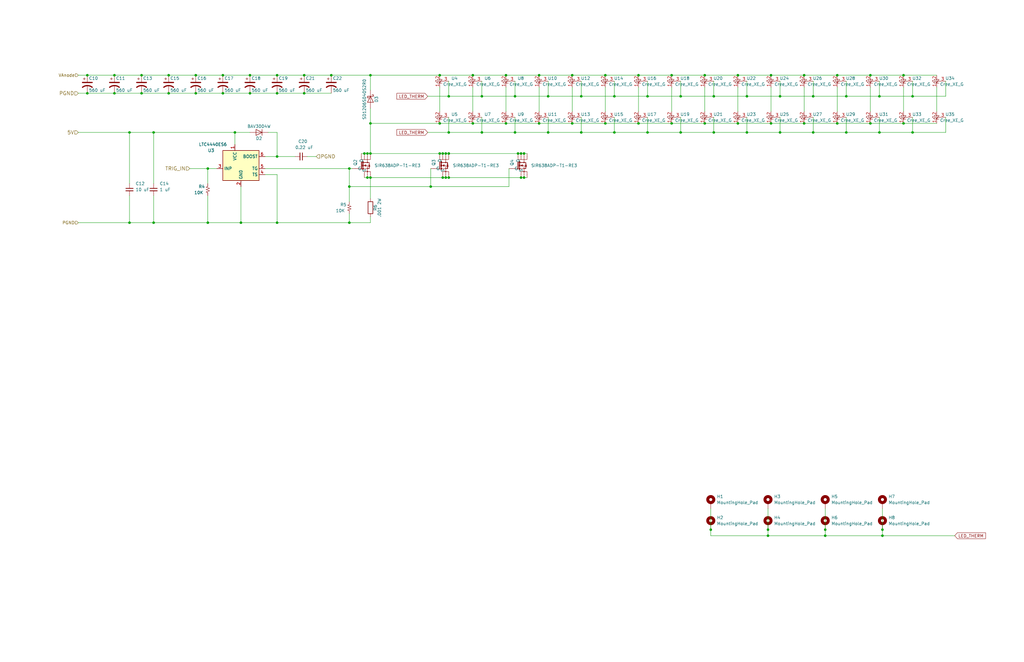
<source format=kicad_sch>
(kicad_sch (version 20230121) (generator eeschema)
  (paper "B")
  (title_block (title "BUM2 LED Controller") (date "2023-01-10") (rev "B"))
  (lib_symbols
    (symbol "CBT-140-Control-rescue:CP1" (pin_numbers hide) (pin_names (offset 0.254) hide)
      (property "Reference" "C" (at 0.635 2.54 0))
      (property "Value" "CP1" (at 0.635 -2.54 0))
      (symbol "CP1_0_1"
        (polyline (pts (xy -2.032 0.762) (xy 2.032 0.762)) (stroke (width 0.508)))
        (polyline (pts (xy -1.778 2.286) (xy -0.762 2.286)))
        (polyline (pts (xy -1.27 1.778) (xy -1.27 2.794)))
        (arc (start 2.032 -1.27) (mid 0 -0.5572) (end -2.032 -1.27) (stroke (width 0.508)))
      )
      (symbol "CP1_1_1"
        (pin passive line (at 0 3.81 270) (length 2.794) (name "~") (number "1"))
        (pin passive line (at 0 -3.81 90) (length 3.302) (name "~") (number "2"))
      )
    )
    (symbol "CBT-140-Control-rescue:C_Small" (pin_numbers hide) (pin_names (offset 0.254) hide)
      (property "Reference" "C" (at 0.254 1.778 0))
      (property "Value" "C_Small" (at 0.254 -2.032 0))
      (symbol "C_Small_0_1"
        (polyline (pts (xy -1.524 -0.508) (xy 1.524 -0.508)) (stroke (width 0.3302)))
        (polyline (pts (xy -1.524 0.508) (xy 1.524 0.508)) (stroke (width 0.3048)))
      )
      (symbol "C_Small_1_1"
        (pin passive line (at 0 2.54 270) (length 2.032) (name "~") (number "1"))
        (pin passive line (at 0 -2.54 90) (length 2.032) (name "~") (number "2"))
      )
    )
    (symbol "CBT-140-Control-rescue:D" (pin_numbers hide) (pin_names (offset 1.016) hide)
      (property "Reference" "D" (at 0 2.54 0))
      (property "Value" "D" (at 0 -2.54 0))
      (symbol "D_0_1"
        (polyline (pts (xy -1.27 1.27) (xy -1.27 -1.27)) (stroke (width 0.2032)))
        (polyline (pts (xy 1.27 0) (xy -1.27 0)))
        (polyline (pts (xy 1.27 1.27) (xy 1.27 -1.27) (xy -1.27 0) (xy 1.27 1.27)) (stroke (width 0.2032)))
      )
      (symbol "D_1_1"
        (pin passive line (at -3.81 0 0) (length 2.54) (name "K") (number "1"))
        (pin passive line (at 3.81 0 180) (length 2.54) (name "A") (number "2"))
      )
    )
    (symbol "CBT-140-Control-rescue:D_Schottky" (pin_numbers hide) (pin_names (offset 1.016) hide)
      (property "Reference" "D" (at 0 2.54 0))
      (property "Value" "D_Schottky" (at 0 -2.54 0))
      (symbol "D_Schottky_0_1"
        (polyline (pts (xy 1.27 0) (xy -1.27 0)))
        (polyline (pts (xy 1.27 1.27) (xy 1.27 -1.27) (xy -1.27 0) (xy 1.27 1.27)) (stroke (width 0.2032)))
        (polyline (pts (xy -1.905 0.635) (xy -1.905 1.27) (xy -1.27 1.27) (xy -1.27 -1.27) (xy -0.635 -1.27) (xy -0.635 -0.635)) (stroke (width 0.2032)))
      )
      (symbol "D_Schottky_1_1"
        (pin passive line (at -3.81 0 0) (length 2.54) (name "K") (number "1"))
        (pin passive line (at 3.81 0 180) (length 2.54) (name "A") (number "2"))
      )
    )
    (symbol "CBT-140-Control-rescue:R" (pin_numbers hide) (pin_names (offset 0))
      (property "Reference" "R" (at 2.032 0 90))
      (property "Value" "R" (at 0 0 90))
      (symbol "R_0_1"
        (rectangle (start -1.016 -2.54) (end 1.016 2.54) (stroke (width 0.254)))
      )
      (symbol "R_1_1"
        (pin passive line (at 0 3.81 270) (length 1.27) (name "~") (number "1"))
        (pin passive line (at 0 -3.81 90) (length 1.27) (name "~") (number "2"))
      )
    )
    (symbol "Driver_FET:LTC4440ES6"
      (property "Reference" "U" (at -7.62 8.89 0))
      (property "Value" "LTC4440ES6" (at -1.27 8.89 0))
      (symbol "LTC4440ES6_0_1"
        (rectangle (start -7.62 7.62) (end 7.62 -5.08) (stroke (width 0.254)) (fill (type background)))
      )
      (symbol "LTC4440ES6_1_1"
        (pin power_in line (at -2.54 10.16 270) (length 2.54) (name "VCC") (number "1"))
        (pin power_in line (at 0 -7.62 90) (length 2.54) (name "GND") (number "2"))
        (pin input line (at -10.16 0 0) (length 2.54) (name "INP") (number "3"))
        (pin input line (at 10.16 -2.54 180) (length 2.54) (name "TS") (number "4"))
        (pin output line (at 10.16 0 180) (length 2.54) (name "TG") (number "5"))
        (pin input line (at 10.16 5.08 180) (length 2.54) (name "BOOST") (number "6"))
      )
    )
    (symbol "Dual-Mag-Camera-Control-rescue:C_Small-SPC-Control-rescue" (pin_numbers hide) (pin_names (offset 0.254) hide)
      (property "Reference" "C" (at 0.254 1.778 0))
      (property "Value" "C_Small-SPC-Control-rescue" (at 0.254 -2.032 0))
      (symbol "C_Small-SPC-Control-rescue_0_1"
        (polyline (pts (xy -1.524 -0.508) (xy 1.524 -0.508)) (stroke (width 0.3302)))
        (polyline (pts (xy -1.524 0.508) (xy 1.524 0.508)) (stroke (width 0.3048)))
      )
      (symbol "C_Small-SPC-Control-rescue_1_1"
        (pin passive line (at 0 2.54 270) (length 2.032) (name "~") (number "1"))
        (pin passive line (at 0 -2.54 90) (length 2.032) (name "~") (number "2"))
      )
    )
    (symbol "Dual-Mag-Camera-Control-rescue:Resistor_small-SPC-Control-rescue-DeathStar-rescue-BUMP-Control-rescue" (pin_numbers hide) (pin_names (offset 0))
      (property "Reference" "R" (at 2.032 0 90))
      (property "Value" "Resistor_small-SPC-Control-rescue-DeathStar-rescue-BUMP-Control-rescue" (at -2.032 0.254 90))
      (symbol "Resistor_small-SPC-Control-rescue-DeathStar-rescue-BUMP-Control-rescue_0_1"
        (polyline (pts (xy 0 1.27) (xy -0.762 1.016) (xy 0.762 0.508) (xy -0.762 0) (xy 0.762 -0.508) (xy -0.762 -1.016) (xy 0 -1.27)))
      )
      (symbol "Resistor_small-SPC-Control-rescue-DeathStar-rescue-BUMP-Control-rescue_1_1"
        (pin passive line (at 0 2.54 270) (length 1.27) (name "~") (number "1"))
        (pin passive line (at 0 -2.54 90) (length 1.27) (name "~") (number "2"))
      )
    )
    (symbol "Dual-Mag-Camera-Control-rescue:SiSA72DN-ProjectDevices" (pin_names (offset 1.016))
      (property "Reference" "Q" (at 3.81 1.27 0))
      (property "Value" "SiSA72DN-ProjectDevices" (at -15.24 6.35 0))
      (symbol "SiSA72DN-ProjectDevices_1_1"
        (circle (center 0 -2.54) (radius 0.127))
        (circle (center 0 -2.54) (radius 0.127))
        (circle (center 0 -2.54) (radius 0.127))
        (circle (center 0 -2.54) (radius 0.127))
        (circle (center 0 -1.27) (radius 0.127))
        (polyline (pts (xy -5.08 -1.27) (xy -3.81 -1.27)))
        (polyline (pts (xy -2.54 -1.27) (xy -3.81 -1.27)))
        (polyline (pts (xy -1.905 -1.016) (xy -1.905 -1.651)) (stroke (width 0.508)))
        (polyline (pts (xy -1.905 0.381) (xy -1.905 -0.381)) (stroke (width 0.508)))
        (polyline (pts (xy -1.905 0.381) (xy -1.905 -0.381)) (stroke (width 0.508)))
        (polyline (pts (xy -1.905 1.651) (xy -1.905 1.016)) (stroke (width 0.508)))
        (polyline (pts (xy -1.905 1.651) (xy -1.905 1.016)) (stroke (width 0.508)))
        (polyline (pts (xy -1.778 -1.27) (xy 0 -1.27)))
        (polyline (pts (xy -1.778 1.27) (xy 0 1.27)))
        (polyline (pts (xy -1.778 1.27) (xy 0 1.27)))
        (polyline (pts (xy -1.778 1.27) (xy 0 1.27)))
        (polyline (pts (xy -1.778 1.27) (xy 0 1.27)))
        (polyline (pts (xy -1.27 3.81) (xy -1.27 2.54)))
        (polyline (pts (xy 0 -2.54) (xy 0 -3.81)))
        (polyline (pts (xy 0 -1.27) (xy 0 -2.54)))
        (polyline (pts (xy 0 3.81) (xy 0 2.54)))
        (polyline (pts (xy 0.381 0.254) (xy 1.143 0.254)))
        (polyline (pts (xy -2.54 1.524) (xy -2.54 -1.524) (xy -2.54 -1.524)) (stroke (width 0.254)))
        (polyline (pts (xy -2.54 1.524) (xy -2.54 -1.524) (xy -2.54 -1.524)) (stroke (width 0.254)))
        (polyline (pts (xy -1.778 0) (xy 0 0) (xy 0 -1.27)))
        (polyline (pts (xy 0 -2.54) (xy -1.27 -2.54) (xy -1.27 -3.81)))
        (polyline (pts (xy 0 -2.54) (xy 1.27 -2.54) (xy 1.27 -3.81)))
        (polyline (pts (xy 1.27 3.81) (xy 1.27 2.54) (xy 0 2.54)))
        (polyline (pts (xy -2.54 3.81) (xy -2.54 2.54) (xy 0 2.54) (xy 0 1.27)))
        (polyline (pts (xy -1.397 0) (xy -0.635 -0.381) (xy -0.635 0.381) (xy -1.397 0)) (fill (type outline)))
        (polyline (pts (xy 0 -1.27) (xy 0.762 -1.27) (xy 0.762 1.27) (xy 0 1.27)))
        (polyline (pts (xy 0 -1.27) (xy 0.762 -1.27) (xy 0.762 1.27) (xy 0 1.27)))
        (polyline (pts (xy 0 -1.27) (xy 0.762 -1.27) (xy 0.762 1.27) (xy 0 1.27)))
        (polyline (pts (xy 0 -1.27) (xy 0.762 -1.27) (xy 0.762 1.27) (xy 0 1.27)))
        (polyline (pts (xy 0.762 0.254) (xy 1.143 -0.381) (xy 0.381 -0.381) (xy 0.762 0.254)) (fill (type outline)))
        (circle (center 0 1.27) (radius 0.127))
        (circle (center 0 1.27) (radius 0.127))
        (circle (center 0 1.27) (radius 0.127))
        (circle (center 0 1.27) (radius 0.127))
        (pin power_in line (at 1.27 -5.08 90) (length 1.27) (name "S") (number "1"))
        (pin bidirectional line (at -1.27 -5.08 90) (length 1.27) (name "S") (number "2"))
        (pin bidirectional line (at 0 -5.08 90) (length 1.27) (name "S") (number "3"))
        (pin passive line (at -6.35 -1.27 0) (length 1.27) (name "G") (number "4"))
        (pin passive line (at -2.54 5.08 270) (length 1.27) (name "D") (number "5"))
        (pin power_in line (at -1.27 5.08 270) (length 1.27) (name "D") (number "5"))
        (pin power_in line (at 0 5.08 270) (length 1.27) (name "D") (number "5"))
        (pin power_in line (at 1.27 5.08 270) (length 1.27) (name "D") (number "5"))
      )
    )
    (symbol "Mechanical:MountingHole_Pad" (pin_numbers hide) (pin_names (offset 1.016) hide)
      (property "Reference" "H" (at 0 6.35 0))
      (property "Value" "MountingHole_Pad" (at 0 4.445 0))
      (symbol "MountingHole_Pad_0_1"
        (circle (center 0 1.27) (radius 1.27) (stroke (width 1.27)))
      )
      (symbol "MountingHole_Pad_1_1"
        (pin input line (at 0 -2.54 90) (length 2.54) (name "1") (number "1"))
      )
    )
    (symbol "ProjectDevices:Cree_XE_G"
      (property "Reference" "U" (at 0 -3.81 0))
      (property "Value" "Cree_XE_G" (at 0 -6.35 0))
      (symbol "Cree_XE_G_0_1"
        (polyline (pts (xy 0 0) (xy 0 1.27)))
      )
      (symbol "Cree_XE_G_1_1"
        (polyline (pts (xy -1.016 0) (xy 0.762 0)))
        (polyline (pts (xy 0.762 1.016) (xy 0.762 -1.016)))
        (polyline (pts (xy -0.762 1.016) (xy 0.762 0) (xy -0.762 -1.016) (xy -0.762 1.016)))
        (polyline (pts (xy -0.508 -1.27) (xy 0 -1.778) (xy -0.254 -1.778) (xy 0 -1.778) (xy 0 -1.524)))
        (polyline (pts (xy 0 -0.762) (xy 0.508 -1.27) (xy 0.254 -1.27) (xy 0.508 -1.27) (xy 0.508 -1.016)))
        (pin passive line (at 2.54 0 180) (length 1.778) (name "K") (number "1"))
        (pin passive line (at -2.54 0 0) (length 1.778) (name "A") (number "2"))
        (pin input line (at 0 3.81 270) (length 2.54) (name "") (number "3"))
      )
    )
  )
  (junction (at 325.12 31.75))
  (junction (at 116.84 66.04))
  (junction (at 367.03 52.07))
  (junction (at 231.14 40.64))
  (junction (at 36.83 31.75))
  (junction (at 384.81 40.64))
  (junction (at 199.39 31.75))
  (junction (at 328.93 55.88))
  (junction (at 283.21 31.75))
  (junction (at 259.08 40.64))
  (junction (at 99.06 55.88))
  (junction (at 154.94 64.77))
  (junction (at 186.69 74.93))
  (junction (at 227.33 52.07))
  (junction (at 64.77 93.98))
  (junction (at 339.09 52.07))
  (junction (at 71.12 31.75))
  (junction (at 93.98 39.37))
  (junction (at 273.05 55.88))
  (junction (at 105.41 31.75))
  (junction (at 283.21 52.07))
  (junction (at 287.02 40.64))
  (junction (at 189.23 74.93))
  (junction (at 87.63 93.98))
  (junction (at 54.61 93.98))
  (junction (at 311.15 31.75))
  (junction (at 116.84 31.75))
  (junction (at 325.12 52.07))
  (junction (at 185.42 52.07))
  (junction (at 203.2 40.64))
  (junction (at 156.21 31.75))
  (junction (at 384.81 55.88))
  (junction (at 147.32 93.98))
  (junction (at 219.71 64.77))
  (junction (at 156.21 52.07))
  (junction (at 64.77 55.88))
  (junction (at 269.24 31.75))
  (junction (at 370.84 40.64))
  (junction (at 273.05 40.64))
  (junction (at 139.7 31.75))
  (junction (at 82.55 39.37))
  (junction (at 181.61 78.74))
  (junction (at 259.08 55.88))
  (junction (at 220.98 74.93))
  (junction (at 311.15 52.07))
  (junction (at 128.27 31.75))
  (junction (at 93.98 31.75))
  (junction (at 367.03 31.75))
  (junction (at 186.69 64.77))
  (junction (at 255.27 31.75))
  (junction (at 82.55 31.75))
  (junction (at 219.71 74.93))
  (junction (at 101.6 93.98))
  (junction (at 314.96 55.88))
  (junction (at 255.27 52.07))
  (junction (at 185.42 64.77))
  (junction (at 59.69 31.75))
  (junction (at 213.36 52.07))
  (junction (at 116.84 93.98))
  (junction (at 297.18 31.75))
  (junction (at 372.11 226.06))
  (junction (at 71.12 39.37))
  (junction (at 189.23 55.88))
  (junction (at 185.42 31.75))
  (junction (at 147.32 71.12))
  (junction (at 189.23 40.64))
  (junction (at 245.11 40.64))
  (junction (at 199.39 52.07))
  (junction (at 300.99 55.88))
  (junction (at 342.9 40.64))
  (junction (at 36.83 39.37))
  (junction (at 213.36 31.75))
  (junction (at 218.44 64.77))
  (junction (at 154.94 74.93))
  (junction (at 220.98 64.77))
  (junction (at 128.27 39.37))
  (junction (at 372.11 223.52))
  (junction (at 287.02 55.88))
  (junction (at 323.85 223.52))
  (junction (at 370.84 55.88))
  (junction (at 189.23 64.77))
  (junction (at 59.69 39.37))
  (junction (at 217.17 40.64))
  (junction (at 381 52.07))
  (junction (at 347.98 223.52))
  (junction (at 217.17 55.88))
  (junction (at 48.26 39.37))
  (junction (at 297.18 52.07))
  (junction (at 156.21 74.93))
  (junction (at 381 31.75))
  (junction (at 147.32 78.74))
  (junction (at 48.26 31.75))
  (junction (at 323.85 226.06))
  (junction (at 347.98 226.06))
  (junction (at 356.87 40.64))
  (junction (at 314.96 40.64))
  (junction (at 328.93 40.64))
  (junction (at 241.3 52.07))
  (junction (at 231.14 55.88))
  (junction (at 153.67 64.77))
  (junction (at 356.87 55.88))
  (junction (at 187.96 64.77))
  (junction (at 269.24 52.07))
  (junction (at 241.3 31.75))
  (junction (at 54.61 55.88))
  (junction (at 156.21 64.77))
  (junction (at 116.84 39.37))
  (junction (at 353.06 31.75))
  (junction (at 203.2 55.88))
  (junction (at 342.9 55.88))
  (junction (at 299.72 223.52))
  (junction (at 87.63 71.12))
  (junction (at 353.06 52.07))
  (junction (at 300.99 40.64))
  (junction (at 227.33 31.75))
  (junction (at 245.11 55.88))
  (junction (at 339.09 31.75))
  (junction (at 187.96 74.93))
  (junction (at 105.41 39.37))
  (wire (pts (xy 259.08 49.53) (xy 259.08 55.88)))
  (wire (pts (xy 129.54 66.04) (xy 133.35 66.04)))
  (wire (pts (xy 116.84 66.04) (xy 124.46 66.04)))
  (wire (pts (xy 59.69 39.37) (xy 71.12 39.37)))
  (wire (pts (xy 71.12 31.75) (xy 82.55 31.75)))
  (wire (pts (xy 154.94 74.93) (xy 156.21 74.93)))
  (wire (pts (xy 217.17 55.88) (xy 203.2 55.88)))
  (wire (pts (xy 227.33 31.75) (xy 241.3 31.75)))
  (wire (pts (xy 87.63 71.12) (xy 87.63 77.47)))
  (wire (pts (xy 273.05 40.64) (xy 259.08 40.64)))
  (wire (pts (xy 156.21 74.93) (xy 156.21 83.82)))
  (wire (pts (xy 372.11 223.52) (xy 372.11 226.06)))
  (wire (pts (xy 299.72 214.63) (xy 299.72 223.52)))
  (wire (pts (xy 87.63 93.98) (xy 101.6 93.98)))
  (wire (pts (xy 189.23 64.77) (xy 218.44 64.77)))
  (wire (pts (xy 105.41 39.37) (xy 116.84 39.37)))
  (wire (pts (xy 181.61 71.12) (xy 181.61 78.74)))
  (wire (pts (xy 147.32 93.98) (xy 116.84 93.98)))
  (wire (pts (xy 87.63 82.55) (xy 87.63 93.98)))
  (wire (pts (xy 186.69 64.77) (xy 187.96 64.77)))
  (wire (pts (xy 300.99 40.64) (xy 287.02 40.64)))
  (wire (pts (xy 147.32 78.74) (xy 147.32 85.09)))
  (wire (pts (xy 93.98 39.37) (xy 105.41 39.37)))
  (wire (pts (xy 147.32 71.12) (xy 147.32 78.74)))
  (wire (pts (xy 64.77 82.55) (xy 64.77 93.98)))
  (wire (pts (xy 384.81 49.53) (xy 384.81 55.88)))
  (wire (pts (xy 185.42 36.83) (xy 185.42 46.99)))
  (wire (pts (xy 381 31.75) (xy 394.97 31.75)))
  (wire (pts (xy 189.23 34.29) (xy 189.23 40.64)))
  (wire (pts (xy 394.97 36.83) (xy 394.97 46.99)))
  (wire (pts (xy 181.61 78.74) (xy 214.63 78.74)))
  (wire (pts (xy 71.12 39.37) (xy 82.55 39.37)))
  (wire (pts (xy 353.06 52.07) (xy 367.03 52.07)))
  (wire (pts (xy 231.14 55.88) (xy 217.17 55.88)))
  (wire (pts (xy 105.41 31.75) (xy 116.84 31.75)))
  (wire (pts (xy 297.18 52.07) (xy 311.15 52.07)))
  (wire (pts (xy 33.02 39.37) (xy 36.83 39.37)))
  (wire (pts (xy 287.02 40.64) (xy 273.05 40.64)))
  (wire (pts (xy 283.21 52.07) (xy 297.18 52.07)))
  (wire (pts (xy 219.71 74.93) (xy 220.98 74.93)))
  (wire (pts (xy 80.01 71.12) (xy 87.63 71.12)))
  (wire (pts (xy 180.34 40.64) (xy 189.23 40.64)))
  (wire (pts (xy 220.98 74.93) (xy 222.25 74.93)))
  (wire (pts (xy 367.03 36.83) (xy 367.03 46.99)))
  (wire (pts (xy 64.77 55.88) (xy 64.77 77.47)))
  (wire (pts (xy 199.39 36.83) (xy 199.39 46.99)))
  (wire (pts (xy 227.33 52.07) (xy 241.3 52.07)))
  (wire (pts (xy 255.27 31.75) (xy 269.24 31.75)))
  (wire (pts (xy 297.18 31.75) (xy 311.15 31.75)))
  (wire (pts (xy 245.11 55.88) (xy 231.14 55.88)))
  (wire (pts (xy 367.03 52.07) (xy 381 52.07)))
  (wire (pts (xy 297.18 36.83) (xy 297.18 46.99)))
  (wire (pts (xy 156.21 31.75) (xy 156.21 38.1)))
  (wire (pts (xy 398.78 40.64) (xy 384.81 40.64)))
  (wire (pts (xy 203.2 49.53) (xy 203.2 55.88)))
  (wire (pts (xy 245.11 34.29) (xy 245.11 40.64)))
  (wire (pts (xy 323.85 223.52) (xy 323.85 226.06)))
  (wire (pts (xy 217.17 40.64) (xy 203.2 40.64)))
  (wire (pts (xy 213.36 31.75) (xy 227.33 31.75)))
  (wire (pts (xy 325.12 36.83) (xy 325.12 46.99)))
  (wire (pts (xy 314.96 34.29) (xy 314.96 40.64)))
  (wire (pts (xy 218.44 64.77) (xy 219.71 64.77)))
  (wire (pts (xy 245.11 49.53) (xy 245.11 55.88)))
  (wire (pts (xy 259.08 55.88) (xy 245.11 55.88)))
  (wire (pts (xy 328.93 55.88) (xy 314.96 55.88)))
  (wire (pts (xy 87.63 71.12) (xy 91.44 71.12)))
  (wire (pts (xy 353.06 31.75) (xy 367.03 31.75)))
  (wire (pts (xy 116.84 73.66) (xy 116.84 93.98)))
  (wire (pts (xy 370.84 49.53) (xy 370.84 55.88)))
  (wire (pts (xy 111.76 66.04) (xy 116.84 66.04)))
  (wire (pts (xy 156.21 45.72) (xy 156.21 52.07)))
  (wire (pts (xy 33.02 31.75) (xy 36.83 31.75)))
  (wire (pts (xy 93.98 31.75) (xy 105.41 31.75)))
  (wire (pts (xy 398.78 55.88) (xy 384.81 55.88)))
  (wire (pts (xy 299.72 223.52) (xy 299.72 226.06)))
  (wire (pts (xy 217.17 49.53) (xy 217.17 55.88)))
  (wire (pts (xy 381 52.07) (xy 394.97 52.07)))
  (wire (pts (xy 139.7 31.75) (xy 156.21 31.75)))
  (wire (pts (xy 156.21 74.93) (xy 186.69 74.93)))
  (wire (pts (xy 33.02 93.98) (xy 54.61 93.98)))
  (wire (pts (xy 153.67 64.77) (xy 154.94 64.77)))
  (wire (pts (xy 300.99 34.29) (xy 300.99 40.64)))
  (wire (pts (xy 203.2 34.29) (xy 203.2 40.64)))
  (wire (pts (xy 269.24 52.07) (xy 283.21 52.07)))
  (wire (pts (xy 59.69 31.75) (xy 71.12 31.75)))
  (wire (pts (xy 111.76 73.66) (xy 116.84 73.66)))
  (wire (pts (xy 185.42 52.07) (xy 199.39 52.07)))
  (wire (pts (xy 311.15 31.75) (xy 325.12 31.75)))
  (wire (pts (xy 287.02 55.88) (xy 273.05 55.88)))
  (wire (pts (xy 54.61 55.88) (xy 54.61 77.47)))
  (wire (pts (xy 370.84 34.29) (xy 370.84 40.64)))
  (wire (pts (xy 152.4 64.77) (xy 153.67 64.77)))
  (wire (pts (xy 36.83 31.75) (xy 48.26 31.75)))
  (wire (pts (xy 147.32 78.74) (xy 181.61 78.74)))
  (wire (pts (xy 273.05 55.88) (xy 259.08 55.88)))
  (wire (pts (xy 128.27 39.37) (xy 139.7 39.37)))
  (wire (pts (xy 199.39 52.07) (xy 213.36 52.07)))
  (wire (pts (xy 287.02 34.29) (xy 287.02 40.64)))
  (wire (pts (xy 283.21 36.83) (xy 283.21 46.99)))
  (wire (pts (xy 231.14 34.29) (xy 231.14 40.64)))
  (wire (pts (xy 370.84 40.64) (xy 356.87 40.64)))
  (wire (pts (xy 241.3 52.07) (xy 255.27 52.07)))
  (wire (pts (xy 381 36.83) (xy 381 46.99)))
  (wire (pts (xy 241.3 31.75) (xy 255.27 31.75)))
  (wire (pts (xy 269.24 36.83) (xy 269.24 46.99)))
  (wire (pts (xy 105.41 55.88) (xy 99.06 55.88)))
  (wire (pts (xy 147.32 90.17) (xy 147.32 93.98)))
  (wire (pts (xy 111.76 71.12) (xy 147.32 71.12)))
  (wire (pts (xy 328.93 34.29) (xy 328.93 40.64)))
  (wire (pts (xy 153.67 74.93) (xy 154.94 74.93)))
  (wire (pts (xy 214.63 78.74) (xy 214.63 71.12)))
  (wire (pts (xy 147.32 71.12) (xy 148.59 71.12)))
  (wire (pts (xy 227.33 36.83) (xy 227.33 46.99)))
  (wire (pts (xy 367.03 31.75) (xy 381 31.75)))
  (wire (pts (xy 82.55 31.75) (xy 93.98 31.75)))
  (wire (pts (xy 300.99 49.53) (xy 300.99 55.88)))
  (wire (pts (xy 347.98 223.52) (xy 347.98 226.06)))
  (wire (pts (xy 314.96 55.88) (xy 300.99 55.88)))
  (wire (pts (xy 187.96 64.77) (xy 189.23 64.77)))
  (wire (pts (xy 185.42 31.75) (xy 199.39 31.75)))
  (wire (pts (xy 339.09 36.83) (xy 339.09 46.99)))
  (wire (pts (xy 259.08 40.64) (xy 245.11 40.64)))
  (wire (pts (xy 189.23 49.53) (xy 189.23 55.88)))
  (wire (pts (xy 54.61 55.88) (xy 64.77 55.88)))
  (wire (pts (xy 311.15 52.07) (xy 325.12 52.07)))
  (wire (pts (xy 255.27 52.07) (xy 269.24 52.07)))
  (wire (pts (xy 384.81 34.29) (xy 384.81 40.64)))
  (wire (pts (xy 154.94 64.77) (xy 156.21 64.77)))
  (wire (pts (xy 231.14 40.64) (xy 217.17 40.64)))
  (wire (pts (xy 185.42 64.77) (xy 186.69 64.77)))
  (wire (pts (xy 273.05 49.53) (xy 273.05 55.88)))
  (wire (pts (xy 186.69 74.93) (xy 187.96 74.93)))
  (wire (pts (xy 36.83 39.37) (xy 48.26 39.37)))
  (wire (pts (xy 54.61 82.55) (xy 54.61 93.98)))
  (wire (pts (xy 342.9 40.64) (xy 328.93 40.64)))
  (wire (pts (xy 219.71 64.77) (xy 220.98 64.77)))
  (wire (pts (xy 54.61 93.98) (xy 64.77 93.98)))
  (wire (pts (xy 156.21 52.07) (xy 156.21 64.77)))
  (wire (pts (xy 314.96 40.64) (xy 300.99 40.64)))
  (wire (pts (xy 199.39 31.75) (xy 213.36 31.75)))
  (wire (pts (xy 116.84 31.75) (xy 128.27 31.75)))
  (wire (pts (xy 347.98 226.06) (xy 372.11 226.06)))
  (wire (pts (xy 339.09 52.07) (xy 353.06 52.07)))
  (wire (pts (xy 82.55 39.37) (xy 93.98 39.37)))
  (wire (pts (xy 370.84 55.88) (xy 356.87 55.88)))
  (wire (pts (xy 241.3 36.83) (xy 241.3 46.99)))
  (wire (pts (xy 323.85 214.63) (xy 323.85 223.52)))
  (wire (pts (xy 33.02 55.88) (xy 54.61 55.88)))
  (wire (pts (xy 356.87 34.29) (xy 356.87 40.64)))
  (wire (pts (xy 314.96 49.53) (xy 314.96 55.88)))
  (wire (pts (xy 283.21 31.75) (xy 297.18 31.75)))
  (wire (pts (xy 287.02 49.53) (xy 287.02 55.88)))
  (wire (pts (xy 300.99 55.88) (xy 287.02 55.88)))
  (wire (pts (xy 156.21 52.07) (xy 185.42 52.07)))
  (wire (pts (xy 273.05 34.29) (xy 273.05 40.64)))
  (wire (pts (xy 325.12 52.07) (xy 339.09 52.07)))
  (wire (pts (xy 187.96 74.93) (xy 189.23 74.93)))
  (wire (pts (xy 342.9 55.88) (xy 328.93 55.88)))
  (wire (pts (xy 356.87 55.88) (xy 342.9 55.88)))
  (wire (pts (xy 48.26 31.75) (xy 59.69 31.75)))
  (wire (pts (xy 372.11 214.63) (xy 372.11 223.52)))
  (wire (pts (xy 325.12 31.75) (xy 339.09 31.75)))
  (wire (pts (xy 217.17 34.29) (xy 217.17 40.64)))
  (wire (pts (xy 311.15 36.83) (xy 311.15 46.99)))
  (wire (pts (xy 64.77 93.98) (xy 87.63 93.98)))
  (wire (pts (xy 156.21 31.75) (xy 185.42 31.75)))
  (wire (pts (xy 64.77 55.88) (xy 99.06 55.88)))
  (wire (pts (xy 220.98 64.77) (xy 222.25 64.77)))
  (wire (pts (xy 398.78 49.53) (xy 398.78 55.88)))
  (wire (pts (xy 116.84 39.37) (xy 128.27 39.37)))
  (wire (pts (xy 356.87 49.53) (xy 356.87 55.88)))
  (wire (pts (xy 356.87 40.64) (xy 342.9 40.64)))
  (wire (pts (xy 398.78 34.29) (xy 398.78 40.64)))
  (wire (pts (xy 342.9 34.29) (xy 342.9 40.64)))
  (wire (pts (xy 156.21 91.44) (xy 156.21 93.98)))
  (wire (pts (xy 189.23 74.93) (xy 219.71 74.93)))
  (wire (pts (xy 323.85 226.06) (xy 347.98 226.06)))
  (wire (pts (xy 372.11 226.06) (xy 402.59 226.06)))
  (wire (pts (xy 255.27 36.83) (xy 255.27 46.99)))
  (wire (pts (xy 203.2 55.88) (xy 189.23 55.88)))
  (wire (pts (xy 213.36 52.07) (xy 227.33 52.07)))
  (wire (pts (xy 328.93 40.64) (xy 314.96 40.64)))
  (wire (pts (xy 113.03 55.88) (xy 116.84 55.88)))
  (wire (pts (xy 101.6 78.74) (xy 101.6 93.98)))
  (wire (pts (xy 99.06 55.88) (xy 99.06 60.96)))
  (wire (pts (xy 116.84 55.88) (xy 116.84 66.04)))
  (wire (pts (xy 353.06 36.83) (xy 353.06 46.99)))
  (wire (pts (xy 213.36 36.83) (xy 213.36 46.99)))
  (wire (pts (xy 156.21 93.98) (xy 147.32 93.98)))
  (wire (pts (xy 48.26 39.37) (xy 59.69 39.37)))
  (wire (pts (xy 156.21 64.77) (xy 185.42 64.77)))
  (wire (pts (xy 231.14 49.53) (xy 231.14 55.88)))
  (wire (pts (xy 203.2 40.64) (xy 189.23 40.64)))
  (wire (pts (xy 328.93 49.53) (xy 328.93 55.88)))
  (wire (pts (xy 339.09 31.75) (xy 353.06 31.75)))
  (wire (pts (xy 245.11 40.64) (xy 231.14 40.64)))
  (wire (pts (xy 128.27 31.75) (xy 139.7 31.75)))
  (wire (pts (xy 299.72 226.06) (xy 323.85 226.06)))
  (wire (pts (xy 259.08 34.29) (xy 259.08 40.64)))
  (wire (pts (xy 347.98 214.63) (xy 347.98 223.52)))
  (wire (pts (xy 116.84 93.98) (xy 101.6 93.98)))
  (wire (pts (xy 189.23 55.88) (xy 180.34 55.88)))
  (wire (pts (xy 384.81 55.88) (xy 370.84 55.88)))
  (wire (pts (xy 384.81 40.64) (xy 370.84 40.64)))
  (wire (pts (xy 269.24 31.75) (xy 283.21 31.75)))
  (wire (pts (xy 342.9 49.53) (xy 342.9 55.88)))
  (global_label "LED_THERM" (shape input) (at 180.34 40.64 180) (property "Intersheetrefs" "${INTERSHEET_REFS}" (effects hide)))
  (global_label "LED_THERM" (shape input) (at 180.34 55.88 180) (property "Intersheetrefs" "${INTERSHEET_REFS}" (effects hide)))
  (global_label "LED_THERM" (shape input) (at 402.59 226.06 0) (property "Intersheetrefs" "${INTERSHEET_REFS}" (effects hide)))
  (hierarchical_label "5V" (shape input) (at 33.02 55.88 180) (effects (font (size 1.524 1.524))))
  (hierarchical_label "VAnode" (shape input) (at 33.02 31.75 180))
  (hierarchical_label "PGND" (shape input) (at 133.35 66.04 0) (effects (font (size 1.524 1.524))))
  (hierarchical_label "PGND" (shape input) (at 33.02 39.37 180) (effects (font (size 1.524 1.524))))
  (hierarchical_label "PGND" (shape input) (at 33.02 93.98 180))
  (hierarchical_label "TRIG_IN" (shape input) (at 80.01 71.12 180) (effects (font (size 1.524 1.524))))
  (symbol (lib_id "Mechanical:MountingHole_Pad") (at 372.11 212.09 0) (unit 1)
    (property "Reference" "H7" (at 374.65 209.5499 0) (effects (justify left)))
    (property "Value" "MountingHole_Pad" (at 374.65 212.0899 0) (effects (justify left)))
    (property "Footprint" "MountingHole:MountingHole_2.2mm_M2_ISO7380" (effects hide))
  )
  (symbol (lib_id "ProjectDevices:Cree_XE_G") (at 394.97 49.53 270) (unit 1)
    (property "Reference" "U35" (at 402.59 48.26 90) (effects (justify right)))
    (property "Value" "Cree_XE_G" (at 406.4 50.8 90) (effects (justify right)))
    (property "Footprint" "ProjectFootprints:Cree_XE_G" (effects hide))
  )
  (symbol (lib_id "Mechanical:MountingHole_Pad") (at 299.72 212.09 0) (unit 1)
    (property "Reference" "H1" (at 302.26 209.5499 0) (effects (justify left)))
    (property "Value" "MountingHole_Pad" (at 302.26 212.0899 0) (effects (justify left)))
    (property "Footprint" "MountingHole:MountingHole_2.2mm_M2_ISO7380" (effects hide))
  )
  (symbol (lib_id "ProjectDevices:Cree_XE_G") (at 297.18 34.29 270) (unit 1)
    (property "Reference" "U20" (at 304.8 33.02 90) (effects (justify right)))
    (property "Value" "Cree_XE_G" (at 308.61 35.56 90) (effects (justify right)))
    (property "Footprint" "ProjectFootprints:Cree_XE_G" (effects hide))
  )
  (symbol (lib_id "ProjectDevices:Cree_XE_G") (at 227.33 49.53 270) (unit 1)
    (property "Reference" "U11" (at 234.95 48.26 90) (effects (justify right)))
    (property "Value" "Cree_XE_G" (at 238.76 50.8 90) (effects (justify right)))
    (property "Footprint" "ProjectFootprints:Cree_XE_G" (effects hide))
  )
  (symbol (lib_id "ProjectDevices:Cree_XE_G") (at 185.42 34.29 270) (unit 1)
    (property "Reference" "U4" (at 193.04 33.02 90) (effects (justify right)))
    (property "Value" "Cree_XE_G" (at 196.85 35.56 90) (effects (justify right)))
    (property "Footprint" "ProjectFootprints:Cree_XE_G" (effects hide))
  )
  (symbol (lib_id "ProjectDevices:Cree_XE_G") (at 381 34.29 270) (unit 1)
    (property "Reference" "U32" (at 388.62 33.02 90) (effects (justify right)))
    (property "Value" "Cree_XE_G" (at 392.43 35.56 90) (effects (justify right)))
    (property "Footprint" "ProjectFootprints:Cree_XE_G" (effects hide))
  )
  (symbol (lib_id "CBT-140-Control-rescue:CP1") (at 93.98 35.56 0) (unit 1)
    (property "Reference" "C9" (at 94.615 33.02 0) (effects (justify left)))
    (property "Value" "560 uF" (at 94.615 38.1 0) (effects (justify left)))
    (property "Footprint" "Capacitor_SMD:CP_Elec_8x11.9" (effects hide))
    (property "Datasheet" "https://industrial.panasonic.com/ww/products/pt/os-con/models/16SVPF560M" (effects hide))
    (property "Part Number" "P16481TR-ND" (effects hide))
    (property "Supplier" "Digikey" (effects hide))
    (property "Link" "https://www.digikey.com/en/products/detail/panasonic-electronic-components/16SVPF560M/4204813" (effects hide))
    (instances (project "System-Controller" (path "" (reference "C17") (unit 1))))
  )
  (symbol (lib_id "ProjectDevices:Cree_XE_G") (at 213.36 49.53 270) (unit 1)
    (property "Reference" "U9" (at 220.98 48.26 90) (effects (justify right)))
    (property "Value" "Cree_XE_G" (at 224.79 50.8 90) (effects (justify right)))
    (property "Footprint" "ProjectFootprints:Cree_XE_G" (effects hide))
  )
  (symbol (lib_id "ProjectDevices:Cree_XE_G") (at 255.27 49.53 270) (unit 1)
    (property "Reference" "U15" (at 262.89 48.26 90) (effects (justify right)))
    (property "Value" "Cree_XE_G" (at 266.7 50.8 90) (effects (justify right)))
    (property "Footprint" "ProjectFootprints:Cree_XE_G" (effects hide))
  )
  (symbol (lib_id "CBT-140-Control-rescue:D_Schottky") (at 156.21 41.91 270) (unit 1)
    (property "Reference" "D4" (at 158.75 41.91 0))
    (property "Value" "SD1206S040S2R0" (at 153.67 41.91 0))
    (property "Footprint" "Diode_SMD:D_1206_3216Metric" (effects hide))
    (property "Datasheet" "https://datasheets.kyocera-avx.com/schottky.pdf" (effects hide))
    (property "Part Number" "478-7806-1-ND" (effects hide))
    (property "Supplier" "Digikey" (effects hide))
    (property "Link" "https://www.digikey.com/en/products/detail/kyocera-avx/SD1206S040S2R0/3749537" (effects hide))
    (instances (project "System-Controller" (path "" (reference "D3") (unit 1))))
  )
  (symbol (lib_id "ProjectDevices:Cree_XE_G") (at 353.06 34.29 270) (unit 1)
    (property "Reference" "U28" (at 360.68 33.02 90) (effects (justify right)))
    (property "Value" "Cree_XE_G" (at 364.49 35.56 90) (effects (justify right)))
    (property "Footprint" "ProjectFootprints:Cree_XE_G" (effects hide))
  )
  (symbol (lib_id "Mechanical:MountingHole_Pad") (at 323.85 220.98 0) (unit 1)
    (property "Reference" "H4" (at 326.39 218.4399 0) (effects (justify left)))
    (property "Value" "MountingHole_Pad" (at 326.39 220.9799 0) (effects (justify left)))
    (property "Footprint" "MountingHole:MountingHole_2.2mm_M2_ISO7380" (effects hide))
  )
  (symbol (lib_id "CBT-140-Control-rescue:C_Small") (at 127 66.04 270) (unit 1)
    (property "Reference" "C22" (at 125.73 59.69 90) (effects (justify left)))
    (property "Value" "0.22 uF" (at 124.46 62.23 90) (effects (justify left)))
    (property "Footprint" "Capacitor_SMD:C_0603_1608Metric" (effects hide))
    (property "Datasheet" "http://search.murata.co.jp/Ceramy/image/img/A01X/G101/ENG/GCJ188R71H224KA01-01.pdf" (effects hide))
    (property "Part Number" "490-14410-1-ND" (effects hide))
    (property "Supplier" "Digikey" (effects hide))
    (property "Link" "https://www.digikey.com/product-detail/en/murata-electronics-north-america/GCJ188R71H224KA01D/490-14410-1-ND/6606871" (effects hide))
    (instances (project "System-Controller" (path "" (reference "C20") (unit 1))))
  )
  (symbol (lib_id "ProjectDevices:Cree_XE_G") (at 241.3 49.53 270) (unit 1)
    (property "Reference" "U13" (at 248.92 48.26 90) (effects (justify right)))
    (property "Value" "Cree_XE_G" (at 252.73 50.8 90) (effects (justify right)))
    (property "Footprint" "ProjectFootprints:Cree_XE_G" (effects hide))
  )
  (symbol (lib_id "CBT-140-Control-rescue:CP1") (at 36.83 35.56 0) (unit 1)
    (property "Reference" "C36" (at 37.465 33.02 0) (effects (justify left)))
    (property "Value" "560 uF" (at 37.465 38.1 0) (effects (justify left)))
    (property "Footprint" "Capacitor_SMD:CP_Elec_8x11.9" (effects hide))
    (property "Datasheet" "https://industrial.panasonic.com/ww/products/pt/os-con/models/16SVPF560M" (effects hide))
    (property "Part Number" "P16481TR-ND" (effects hide))
    (property "Supplier" "Digikey" (effects hide))
    (property "Link" "https://www.digikey.com/en/products/detail/panasonic-electronic-components/16SVPF560M/4204813" (effects hide))
    (instances (project "System-Controller" (path "" (reference "C10") (unit 1))))
  )
  (symbol (lib_id "ProjectDevices:Cree_XE_G") (at 283.21 34.29 270) (unit 1)
    (property "Reference" "U18" (at 290.83 33.02 90) (effects (justify right)))
    (property "Value" "Cree_XE_G" (at 294.64 35.56 90) (effects (justify right)))
    (property "Footprint" "ProjectFootprints:Cree_XE_G" (effects hide))
  )
  (symbol (lib_id "ProjectDevices:Cree_XE_G") (at 325.12 34.29 270) (unit 1)
    (property "Reference" "U24" (at 332.74 33.02 90) (effects (justify right)))
    (property "Value" "Cree_XE_G" (at 336.55 35.56 90) (effects (justify right)))
    (property "Footprint" "ProjectFootprints:Cree_XE_G" (effects hide))
  )
  (symbol (lib_id "Dual-Mag-Camera-Control-rescue:SiSA72DN-ProjectDevices") (at 154.94 69.85 0) (unit 1)
    (property "Reference" "Q2" (at 149.86 68.58 90))
    (property "Value" "SIR638ADP-T1-RE3" (at 167.64 69.85 0))
    (property "Footprint" "Package_SO:PowerPAK_SO-8_Single" (effects hide))
    (property "Datasheet" "https://www.vishay.com/docs/75297/sir638adp.pdf" (effects hide))
    (property "Part Number" "SIR638ADP-T1-RE3CT-ND" (effects hide))
    (property "Supplier" "Digikey" (effects hide))
    (property "Link" "https://www.digikey.com/en/products/detail/vishay-siliconix/SIR638ADP-T1-RE3/7616342" (effects hide))
  )
  (symbol (lib_id "CBT-140-Control-rescue:CP1") (at 48.26 35.56 0) (unit 1)
    (property "Reference" "C37" (at 48.895 33.02 0) (effects (justify left)))
    (property "Value" "560 uF" (at 48.895 38.1 0) (effects (justify left)))
    (property "Footprint" "Capacitor_SMD:CP_Elec_8x11.9" (effects hide))
    (property "Datasheet" "https://industrial.panasonic.com/ww/products/pt/os-con/models/16SVPF560M" (effects hide))
    (property "Part Number" "P16481TR-ND" (effects hide))
    (property "Supplier" "Digikey" (effects hide))
    (property "Link" "https://www.digikey.com/en/products/detail/panasonic-electronic-components/16SVPF560M/4204813" (effects hide))
    (instances (project "System-Controller" (path "" (reference "C11") (unit 1))))
  )
  (symbol (lib_id "CBT-140-Control-rescue:CP1") (at 71.12 35.56 0) (unit 1)
    (property "Reference" "C40" (at 71.755 33.02 0) (effects (justify left)))
    (property "Value" "560 uF" (at 71.755 38.1 0) (effects (justify left)))
    (property "Footprint" "Capacitor_SMD:CP_Elec_8x11.9" (effects hide))
    (property "Datasheet" "https://industrial.panasonic.com/ww/products/pt/os-con/models/16SVPF560M" (effects hide))
    (property "Part Number" "P16481TR-ND" (effects hide))
    (property "Supplier" "Digikey" (effects hide))
    (property "Link" "https://www.digikey.com/en/products/detail/panasonic-electronic-components/16SVPF560M/4204813" (effects hide))
    (instances (project "System-Controller" (path "" (reference "C15") (unit 1))))
  )
  (symbol (lib_id "Dual-Mag-Camera-Control-rescue:Resistor_small-SPC-Control-rescue-DeathStar-rescue-BUMP-Control-rescue") (at 147.32 87.63 0) (unit 1)
    (property "Reference" "R5" (at 144.78 86.36 0))
    (property "Value" "10K" (at 143.51 88.9 0))
    (property "Footprint" "Resistor_SMD:R_0603_1608Metric" (effects hide))
    (property "Datasheet" "https://www.yageo.com/upload/media/product/productsearch/datasheet/rchip/PYu-AC_51_RoHS_L_9.pdf" (effects hide))
    (property "Part Number" "311-10KLDCT-ND" (effects hide))
    (property "Supplier" "Digikey" (effects hide))
    (property "Link" "https://www.digikey.com/en/products/detail/yageo/AC0603FR-0710KL/2827814" (effects hide))
  )
  (symbol (lib_id "ProjectDevices:Cree_XE_G") (at 199.39 49.53 270) (unit 1)
    (property "Reference" "U7" (at 207.01 48.26 90) (effects (justify right)))
    (property "Value" "Cree_XE_G" (at 210.82 50.8 90) (effects (justify right)))
    (property "Footprint" "ProjectFootprints:Cree_XE_G" (effects hide))
  )
  (symbol (lib_id "CBT-140-Control-rescue:CP1") (at 59.69 35.56 0) (unit 1)
    (property "Reference" "C39" (at 60.325 33.02 0) (effects (justify left)))
    (property "Value" "560 uF" (at 60.325 38.1 0) (effects (justify left)))
    (property "Footprint" "Capacitor_SMD:CP_Elec_8x11.9" (effects hide))
    (property "Datasheet" "https://industrial.panasonic.com/ww/products/pt/os-con/models/16SVPF560M" (effects hide))
    (property "Part Number" "P16481TR-ND" (effects hide))
    (property "Supplier" "Digikey" (effects hide))
    (property "Link" "https://www.digikey.com/en/products/detail/panasonic-electronic-components/16SVPF560M/4204813" (effects hide))
    (instances (project "System-Controller" (path "" (reference "C13") (unit 1))))
  )
  (symbol (lib_id "Mechanical:MountingHole_Pad") (at 347.98 212.09 0) (unit 1)
    (property "Reference" "H5" (at 350.52 209.5499 0) (effects (justify left)))
    (property "Value" "MountingHole_Pad" (at 350.52 212.0899 0) (effects (justify left)))
    (property "Footprint" "MountingHole:MountingHole_2.2mm_M2_ISO7380" (effects hide))
  )
  (symbol (lib_id "ProjectDevices:Cree_XE_G") (at 255.27 34.29 270) (unit 1)
    (property "Reference" "U14" (at 262.89 33.02 90) (effects (justify right)))
    (property "Value" "Cree_XE_G" (at 266.7 35.56 90) (effects (justify right)))
    (property "Footprint" "ProjectFootprints:Cree_XE_G" (effects hide))
  )
  (symbol (lib_id "Mechanical:MountingHole_Pad") (at 299.72 220.98 0) (unit 1)
    (property "Reference" "H2" (at 302.26 218.4399 0) (effects (justify left)))
    (property "Value" "MountingHole_Pad" (at 302.26 220.9799 0) (effects (justify left)))
    (property "Footprint" "MountingHole:MountingHole_2.2mm_M2_ISO7380" (effects hide))
  )
  (symbol (lib_id "ProjectDevices:Cree_XE_G") (at 199.39 34.29 270) (unit 1)
    (property "Reference" "U6" (at 207.01 33.02 90) (effects (justify right)))
    (property "Value" "Cree_XE_G" (at 210.82 35.56 90) (effects (justify right)))
    (property "Footprint" "ProjectFootprints:Cree_XE_G" (effects hide))
  )
  (symbol (lib_id "Dual-Mag-Camera-Control-rescue:Resistor_small-SPC-Control-rescue-DeathStar-rescue-BUMP-Control-rescue") (at 87.63 80.01 0) (unit 1)
    (property "Reference" "R4" (at 85.09 78.74 0))
    (property "Value" "10K" (at 83.82 81.28 0))
    (property "Footprint" "Resistor_SMD:R_0603_1608Metric" (effects hide))
    (property "Datasheet" "https://www.yageo.com/upload/media/product/productsearch/datasheet/rchip/PYu-AC_51_RoHS_L_9.pdf" (effects hide))
    (property "Part Number" "311-10KLDCT-ND" (effects hide))
    (property "Supplier" "Digikey" (effects hide))
    (property "Link" "https://www.digikey.com/en/products/detail/yageo/AC0603FR-0710KL/2827814" (effects hide))
  )
  (symbol (lib_id "Dual-Mag-Camera-Control-rescue:C_Small-SPC-Control-rescue") (at 54.61 80.01 0) (unit 1)
    (property "Reference" "C11" (at 57.15 77.47 0) (effects (justify left)))
    (property "Value" "10 uF" (at 57.15 80.01 0) (effects (justify left)))
    (property "Footprint" "Capacitor_SMD:C_0805_2012Metric" (effects hide))
    (property "Datasheet" "https://www.yuden.co.jp/productdata/catalog/mlcc06_e.pdf" (effects hide))
    (property "Part Number" "587-3319-1-ND" (effects hide))
    (property "Supplier" "Digikey" (effects hide))
    (property "Link" "https://www.digikey.com/en/products/detail/taiyo-yuden/EMK212BB7106MG-T/4157444" (effects hide))
    (instances (project "System-Controller" (path "" (reference "C12") (unit 1))))
  )
  (symbol (lib_id "ProjectDevices:Cree_XE_G") (at 394.97 34.29 270) (unit 1)
    (property "Reference" "U34" (at 402.59 33.02 90) (effects (justify right)))
    (property "Value" "Cree_XE_G" (at 406.4 35.56 90) (effects (justify right)))
    (property "Footprint" "ProjectFootprints:Cree_XE_G" (effects hide))
  )
  (symbol (lib_id "ProjectDevices:Cree_XE_G") (at 241.3 34.29 270) (unit 1)
    (property "Reference" "U12" (at 248.92 33.02 90) (effects (justify right)))
    (property "Value" "Cree_XE_G" (at 252.73 35.56 90) (effects (justify right)))
    (property "Footprint" "ProjectFootprints:Cree_XE_G" (effects hide))
  )
  (symbol (lib_id "Mechanical:MountingHole_Pad") (at 372.11 220.98 0) (unit 1)
    (property "Reference" "H8" (at 374.65 218.4399 0) (effects (justify left)))
    (property "Value" "MountingHole_Pad" (at 374.65 220.9799 0) (effects (justify left)))
    (property "Footprint" "MountingHole:MountingHole_2.2mm_M2_ISO7380" (effects hide))
  )
  (symbol (lib_id "ProjectDevices:Cree_XE_G") (at 227.33 34.29 270) (unit 1)
    (property "Reference" "U10" (at 234.95 33.02 90) (effects (justify right)))
    (property "Value" "Cree_XE_G" (at 238.76 35.56 90) (effects (justify right)))
    (property "Footprint" "ProjectFootprints:Cree_XE_G" (effects hide))
  )
  (symbol (lib_id "ProjectDevices:Cree_XE_G") (at 367.03 49.53 270) (unit 1)
    (property "Reference" "U31" (at 374.65 48.26 90) (effects (justify right)))
    (property "Value" "Cree_XE_G" (at 378.46 50.8 90) (effects (justify right)))
    (property "Footprint" "ProjectFootprints:Cree_XE_G" (effects hide))
  )
  (symbol (lib_id "Dual-Mag-Camera-Control-rescue:C_Small-SPC-Control-rescue") (at 64.77 80.01 0) (unit 1)
    (property "Reference" "C12" (at 67.31 77.47 0) (effects (justify left)))
    (property "Value" "1 uF" (at 67.31 80.01 0) (effects (justify left)))
    (property "Footprint" "Capacitor_SMD:C_0805_2012Metric" (effects hide))
    (property "Datasheet" "https://www.yageo.com/upload/media/product/productsearch/datasheet/mlcc/UPY-GPHC_X7R_6.3V-to-50V_18.pdf" (effects hide))
    (property "Part Number" "311-3498-1-ND" (effects hide))
    (property "Supplier" "Digikey" (effects hide))
    (property "Link" "https://www.digikey.com/product-detail/en/yageo/CC0805JKX7R9BB105/311-3498-1-ND/7164519" (effects hide))
    (instances (project "System-Controller" (path "" (reference "C14") (unit 1))))
  )
  (symbol (lib_id "CBT-140-Control-rescue:CP1") (at 139.7 35.56 0) (unit 1)
    (property "Reference" "C30" (at 140.335 33.02 0) (effects (justify left)))
    (property "Value" "560 uF" (at 140.335 38.1 0) (effects (justify left)))
    (property "Footprint" "Capacitor_SMD:CP_Elec_8x11.9" (effects hide))
    (property "Datasheet" "https://industrial.panasonic.com/ww/products/pt/os-con/models/16SVPF560M" (effects hide))
    (property "Part Number" "P16481TR-ND" (effects hide))
    (property "Supplier" "Digikey" (effects hide))
    (property "Link" "https://www.digikey.com/en/products/detail/panasonic-electronic-components/16SVPF560M/4204813" (effects hide))
    (instances (project "System-Controller" (path "" (reference "C22") (unit 1))))
  )
  (symbol (lib_id "ProjectDevices:Cree_XE_G") (at 269.24 34.29 270) (unit 1)
    (property "Reference" "U16" (at 276.86 33.02 90) (effects (justify right)))
    (property "Value" "Cree_XE_G" (at 280.67 35.56 90) (effects (justify right)))
    (property "Footprint" "ProjectFootprints:Cree_XE_G" (effects hide))
  )
  (symbol (lib_id "ProjectDevices:Cree_XE_G") (at 269.24 49.53 270) (unit 1)
    (property "Reference" "U17" (at 276.86 48.26 90) (effects (justify right)))
    (property "Value" "Cree_XE_G" (at 280.67 50.8 90) (effects (justify right)))
    (property "Footprint" "ProjectFootprints:Cree_XE_G" (effects hide))
  )
  (symbol (lib_id "ProjectDevices:Cree_XE_G") (at 367.03 34.29 270) (unit 1)
    (property "Reference" "U30" (at 374.65 33.02 90) (effects (justify right)))
    (property "Value" "Cree_XE_G" (at 378.46 35.56 90) (effects (justify right)))
    (property "Footprint" "ProjectFootprints:Cree_XE_G" (effects hide))
  )
  (symbol (lib_id "ProjectDevices:Cree_XE_G") (at 353.06 49.53 270) (unit 1)
    (property "Reference" "U29" (at 360.68 48.26 90) (effects (justify right)))
    (property "Value" "Cree_XE_G" (at 364.49 50.8 90) (effects (justify right)))
    (property "Footprint" "ProjectFootprints:Cree_XE_G" (effects hide))
  )
  (symbol (lib_id "ProjectDevices:Cree_XE_G") (at 339.09 49.53 270) (unit 1)
    (property "Reference" "U27" (at 346.71 48.26 90) (effects (justify right)))
    (property "Value" "Cree_XE_G" (at 350.52 50.8 90) (effects (justify right)))
    (property "Footprint" "ProjectFootprints:Cree_XE_G" (effects hide))
  )
  (symbol (lib_id "ProjectDevices:Cree_XE_G") (at 185.42 49.53 270) (unit 1)
    (property "Reference" "U5" (at 193.04 48.26 90) (effects (justify right)))
    (property "Value" "Cree_XE_G" (at 196.85 50.8 90) (effects (justify right)))
    (property "Footprint" "ProjectFootprints:Cree_XE_G" (effects hide))
  )
  (symbol (lib_id "ProjectDevices:Cree_XE_G") (at 283.21 49.53 270) (unit 1)
    (property "Reference" "U19" (at 290.83 48.26 90) (effects (justify right)))
    (property "Value" "Cree_XE_G" (at 294.64 50.8 90) (effects (justify right)))
    (property "Footprint" "ProjectFootprints:Cree_XE_G" (effects hide))
  )
  (symbol (lib_id "CBT-140-Control-rescue:D") (at 109.22 55.88 180) (unit 1)
    (property "Reference" "D3" (at 109.22 58.42 0))
    (property "Value" "BAV3004W" (at 109.22 53.34 0))
    (property "Footprint" "Diode_SMD:D_SOD-123" (effects hide))
    (property "Datasheet" "https://www.diodes.com/assets/Datasheets/ds30371.pdf" (effects hide))
    (property "Part Number" "BAV3004W-FDICT-ND" (effects hide))
    (property "Supplier" "Digikey" (effects hide))
    (property "Link" "https://www.digikey.com/product-detail/en/diodes-incorporated/BAV3004W-7-F/BAV3004W-FDICT-ND/815365" (effects hide))
    (instances (project "System-Controller" (path "" (reference "D2") (unit 1))))
  )
  (symbol (lib_id "CBT-140-Control-rescue:CP1") (at 105.41 35.56 0) (unit 1)
    (property "Reference" "C21" (at 106.045 33.02 0) (effects (justify left)))
    (property "Value" "560 uF" (at 106.045 38.1 0) (effects (justify left)))
    (property "Footprint" "Capacitor_SMD:CP_Elec_8x11.9" (effects hide))
    (property "Datasheet" "https://industrial.panasonic.com/ww/products/pt/os-con/models/16SVPF560M" (effects hide))
    (property "Part Number" "P16481TR-ND" (effects hide))
    (property "Supplier" "Digikey" (effects hide))
    (property "Link" "https://www.digikey.com/en/products/detail/panasonic-electronic-components/16SVPF560M/4204813" (effects hide))
    (instances (project "System-Controller" (path "" (reference "C18") (unit 1))))
  )
  (symbol (lib_id "ProjectDevices:Cree_XE_G") (at 311.15 49.53 270) (unit 1)
    (property "Reference" "U23" (at 318.77 48.26 90) (effects (justify right)))
    (property "Value" "Cree_XE_G" (at 322.58 50.8 90) (effects (justify right)))
    (property "Footprint" "ProjectFootprints:Cree_XE_G" (effects hide))
  )
  (symbol (lib_id "CBT-140-Control-rescue:CP1") (at 128.27 35.56 0) (unit 1)
    (property "Reference" "C28" (at 128.905 33.02 0) (effects (justify left)))
    (property "Value" "560 uF" (at 128.905 38.1 0) (effects (justify left)))
    (property "Footprint" "Capacitor_SMD:CP_Elec_8x11.9" (effects hide))
    (property "Datasheet" "https://industrial.panasonic.com/ww/products/pt/os-con/models/16SVPF560M" (effects hide))
    (property "Part Number" "P16481TR-ND" (effects hide))
    (property "Supplier" "Digikey" (effects hide))
    (property "Link" "https://www.digikey.com/en/products/detail/panasonic-electronic-components/16SVPF560M/4204813" (effects hide))
    (instances (project "System-Controller" (path "" (reference "C21") (unit 1))))
  )
  (symbol (lib_id "ProjectDevices:Cree_XE_G") (at 213.36 34.29 270) (unit 1)
    (property "Reference" "U8" (at 220.98 33.02 90) (effects (justify right)))
    (property "Value" "Cree_XE_G" (at 224.79 35.56 90) (effects (justify right)))
    (property "Footprint" "ProjectFootprints:Cree_XE_G" (effects hide))
  )
  (symbol (lib_id "Driver_FET:LTC4440ES6") (at 101.6 71.12 0) (unit 1)
    (property "Reference" "U2" (at 87.63 63.5 0) (effects (justify left)))
    (property "Value" "LTC4440ES6" (at 83.82 60.96 0) (effects (justify left)))
    (property "Footprint" "Package_TO_SOT_SMD:SOT-23-6" (effects hide))
    (property "Datasheet" "https://www.analog.com/media/en/technical-documentation/data-sheets/4440fb.pdf" (effects hide))
    (instances (project "System-Controller" (path "" (reference "U3") (unit 1))))
  )
  (symbol (lib_id "Mechanical:MountingHole_Pad") (at 323.85 212.09 0) (unit 1)
    (property "Reference" "H3" (at 326.39 209.5499 0) (effects (justify left)))
    (property "Value" "MountingHole_Pad" (at 326.39 212.0899 0) (effects (justify left)))
    (property "Footprint" "MountingHole:MountingHole_2.2mm_M2_ISO7380" (effects hide))
  )
  (symbol (lib_id "ProjectDevices:Cree_XE_G") (at 311.15 34.29 270) (unit 1)
    (property "Reference" "U22" (at 318.77 33.02 90) (effects (justify right)))
    (property "Value" "Cree_XE_G" (at 322.58 35.56 90) (effects (justify right)))
    (property "Footprint" "ProjectFootprints:Cree_XE_G" (effects hide))
  )
  (symbol (lib_id "ProjectDevices:Cree_XE_G") (at 339.09 34.29 270) (unit 1)
    (property "Reference" "U26" (at 346.71 33.02 90) (effects (justify right)))
    (property "Value" "Cree_XE_G" (at 350.52 35.56 90) (effects (justify right)))
    (property "Footprint" "ProjectFootprints:Cree_XE_G" (effects hide))
  )
  (symbol (lib_id "Dual-Mag-Camera-Control-rescue:SiSA72DN-ProjectDevices") (at 187.96 69.85 0) (unit 1)
    (property "Reference" "Q4" (at 182.88 68.58 90))
    (property "Value" "SIR638ADP-T1-RE3" (at 200.66 69.85 0))
    (property "Footprint" "Package_SO:PowerPAK_SO-8_Single" (effects hide))
    (property "Datasheet" "https://www.vishay.com/docs/75297/sir638adp.pdf" (effects hide))
    (property "Part Number" "SIR638ADP-T1-RE3CT-ND" (effects hide))
    (property "Supplier" "Digikey" (effects hide))
    (property "Link" "https://www.digikey.com/en/products/detail/vishay-siliconix/SIR638ADP-T1-RE3/7616342" (effects hide))
    (instances (project "System-Controller" (path "" (reference "Q3") (unit 1))))
  )
  (symbol (lib_id "ProjectDevices:Cree_XE_G") (at 325.12 49.53 270) (unit 1)
    (property "Reference" "U25" (at 332.74 48.26 90) (effects (justify right)))
    (property "Value" "Cree_XE_G" (at 336.55 50.8 90) (effects (justify right)))
    (property "Footprint" "ProjectFootprints:Cree_XE_G" (effects hide))
  )
  (symbol (lib_id "CBT-140-Control-rescue:CP1") (at 116.84 35.56 0) (unit 1)
    (property "Reference" "C25" (at 117.475 33.02 0) (effects (justify left)))
    (property "Value" "560 uF" (at 117.475 38.1 0) (effects (justify left)))
    (property "Footprint" "Capacitor_SMD:CP_Elec_8x11.9" (effects hide))
    (property "Datasheet" "https://industrial.panasonic.com/ww/products/pt/os-con/models/16SVPF560M" (effects hide))
    (property "Part Number" "P16481TR-ND" (effects hide))
    (property "Supplier" "Digikey" (effects hide))
    (property "Link" "https://www.digikey.com/en/products/detail/panasonic-electronic-components/16SVPF560M/4204813" (effects hide))
    (instances (project "System-Controller" (path "" (reference "C19") (unit 1))))
  )
  (symbol (lib_id "Dual-Mag-Camera-Control-rescue:SiSA72DN-ProjectDevices") (at 220.98 69.85 0) (unit 1)
    (property "Reference" "Q6" (at 215.9 68.58 90))
    (property "Value" "SIR638ADP-T1-RE3" (at 233.68 69.85 0))
    (property "Footprint" "Package_SO:PowerPAK_SO-8_Single" (effects hide))
    (property "Datasheet" "https://www.vishay.com/docs/75297/sir638adp.pdf" (effects hide))
    (property "Part Number" "SIR638ADP-T1-RE3CT-ND" (effects hide))
    (property "Supplier" "Digikey" (effects hide))
    (property "Link" "https://www.digikey.com/en/products/detail/vishay-siliconix/SIR638ADP-T1-RE3/7616342" (effects hide))
    (instances (project "System-Controller" (path "" (reference "Q4") (unit 1))))
  )
  (symbol (lib_id "ProjectDevices:Cree_XE_G") (at 381 49.53 270) (unit 1)
    (property "Reference" "U33" (at 388.62 48.26 90) (effects (justify right)))
    (property "Value" "Cree_XE_G" (at 392.43 50.8 90) (effects (justify right)))
    (property "Footprint" "ProjectFootprints:Cree_XE_G" (effects hide))
  )
  (symbol (lib_id "CBT-140-Control-rescue:CP1") (at 82.55 35.56 0) (unit 1)
    (property "Reference" "C41" (at 83.185 33.02 0) (effects (justify left)))
    (property "Value" "560 uF" (at 83.185 38.1 0) (effects (justify left)))
    (property "Footprint" "Capacitor_SMD:CP_Elec_8x11.9" (effects hide))
    (property "Datasheet" "https://industrial.panasonic.com/ww/products/pt/os-con/models/16SVPF560M" (effects hide))
    (property "Part Number" "P16481TR-ND" (effects hide))
    (property "Supplier" "Digikey" (effects hide))
    (property "Link" "https://www.digikey.com/en/products/detail/panasonic-electronic-components/16SVPF560M/4204813" (effects hide))
    (instances (project "System-Controller" (path "" (reference "C16") (unit 1))))
  )
  (symbol (lib_id "ProjectDevices:Cree_XE_G") (at 297.18 49.53 270) (unit 1)
    (property "Reference" "U21" (at 304.8 48.26 90) (effects (justify right)))
    (property "Value" "Cree_XE_G" (at 308.61 50.8 90) (effects (justify right)))
    (property "Footprint" "ProjectFootprints:Cree_XE_G" (effects hide))
  )
  (symbol (lib_id "Mechanical:MountingHole_Pad") (at 347.98 220.98 0) (unit 1)
    (property "Reference" "H6" (at 350.52 218.4399 0) (effects (justify left)))
    (property "Value" "MountingHole_Pad" (at 350.52 220.9799 0) (effects (justify left)))
    (property "Footprint" "MountingHole:MountingHole_2.2mm_M2_ISO7380" (effects hide))
  )
  (symbol (lib_id "CBT-140-Control-rescue:R") (at 156.21 87.63 0) (unit 1)
    (property "Reference" "R6" (at 158.242 87.63 90))
    (property "Value" ".001 2W" (at 160.02 87.63 90))
    (property "Footprint" "Resistor_SMD:R_2512_6332Metric" (effects hide))
    (property "Datasheet" "https://www.vishay.com/doc?30193" (effects hide))
    (property "Part Number" "541-WSLF25121L000JEACT-ND" (effects hide))
    (property "Supplier" "Digikey" (effects hide))
    (property "Link" "https://www.digikey.com/en/products/detail/vishay-dale/WSLF25121L000JEA/9755175" (effects hide))
  )
)
</source>
